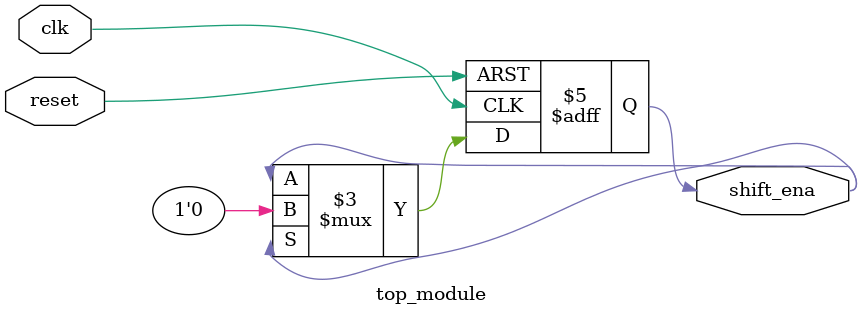
<source format=sv>
module top_module(
	input clk,
	input reset,
	output shift_ena);
	
	reg shift_ena;

	always @(posedge clk or posedge reset) begin
		if (reset) begin
			shift_ena <= 1'b1;
		end else if (shift_ena == 1'b1) begin
			shift_ena <= 1'b0;
		end
	end

endmodule

</source>
